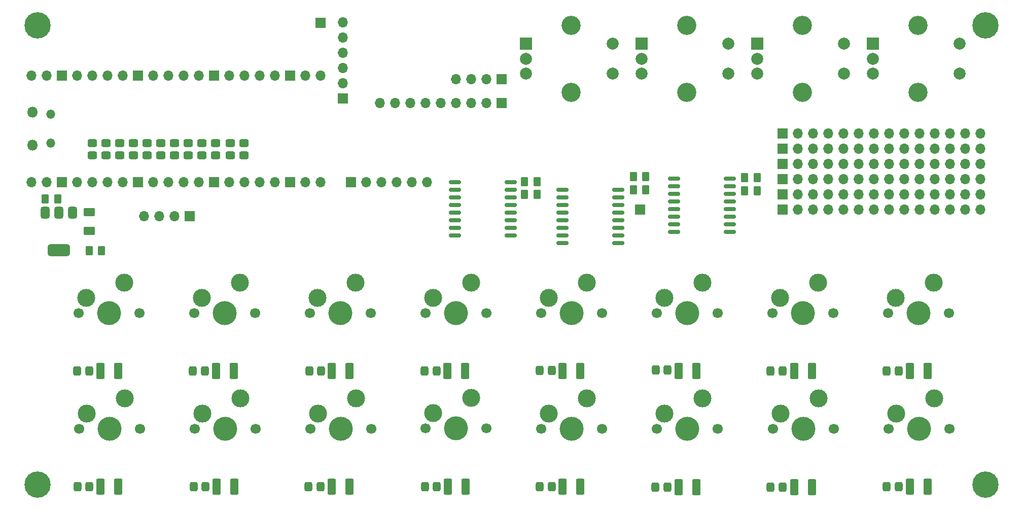
<source format=gbr>
%TF.GenerationSoftware,KiCad,Pcbnew,8.0.6*%
%TF.CreationDate,2025-04-15T16:38:21+01:00*%
%TF.ProjectId,PicoSynth,5069636f-5379-46e7-9468-2e6b69636164,rev?*%
%TF.SameCoordinates,Original*%
%TF.FileFunction,Soldermask,Top*%
%TF.FilePolarity,Negative*%
%FSLAX46Y46*%
G04 Gerber Fmt 4.6, Leading zero omitted, Abs format (unit mm)*
G04 Created by KiCad (PCBNEW 8.0.6) date 2025-04-15 16:38:21*
%MOMM*%
%LPD*%
G01*
G04 APERTURE LIST*
G04 Aperture macros list*
%AMRoundRect*
0 Rectangle with rounded corners*
0 $1 Rounding radius*
0 $2 $3 $4 $5 $6 $7 $8 $9 X,Y pos of 4 corners*
0 Add a 4 corners polygon primitive as box body*
4,1,4,$2,$3,$4,$5,$6,$7,$8,$9,$2,$3,0*
0 Add four circle primitives for the rounded corners*
1,1,$1+$1,$2,$3*
1,1,$1+$1,$4,$5*
1,1,$1+$1,$6,$7*
1,1,$1+$1,$8,$9*
0 Add four rect primitives between the rounded corners*
20,1,$1+$1,$2,$3,$4,$5,0*
20,1,$1+$1,$4,$5,$6,$7,0*
20,1,$1+$1,$6,$7,$8,$9,0*
20,1,$1+$1,$8,$9,$2,$3,0*%
G04 Aperture macros list end*
%ADD10R,1.700000X1.700000*%
%ADD11C,0.700000*%
%ADD12C,4.400000*%
%ADD13O,1.700000X1.700000*%
%ADD14C,1.700000*%
%ADD15C,3.000000*%
%ADD16C,4.000000*%
%ADD17RoundRect,0.250001X0.462499X1.074999X-0.462499X1.074999X-0.462499X-1.074999X0.462499X-1.074999X0*%
%ADD18RoundRect,0.213760X-0.426240X-0.526240X0.426240X-0.526240X0.426240X0.526240X-0.426240X0.526240X0*%
%ADD19RoundRect,0.213350X-0.414150X-0.551650X0.414150X-0.551650X0.414150X0.551650X-0.414150X0.551650X0*%
%ADD20R,2.000000X2.000000*%
%ADD21C,2.000000*%
%ADD22C,3.200000*%
%ADD23RoundRect,0.213760X-0.526240X0.426240X-0.526240X-0.426240X0.526240X-0.426240X0.526240X0.426240X0*%
%ADD24RoundRect,0.150000X-0.875000X-0.150000X0.875000X-0.150000X0.875000X0.150000X-0.875000X0.150000X0*%
%ADD25RoundRect,0.375000X-0.375000X0.625000X-0.375000X-0.625000X0.375000X-0.625000X0.375000X0.625000X0*%
%ADD26RoundRect,0.500000X-1.400000X0.500000X-1.400000X-0.500000X1.400000X-0.500000X1.400000X0.500000X0*%
%ADD27RoundRect,0.265094X0.674906X-0.437406X0.674906X0.437406X-0.674906X0.437406X-0.674906X-0.437406X0*%
%ADD28O,1.800000X1.800000*%
%ADD29O,1.500000X1.500000*%
G04 APERTURE END LIST*
D10*
%TO.C,J7*%
X147269200Y-66548000D03*
%TD*%
D11*
%TO.C,H4*%
X203277200Y-35814000D03*
X203760474Y-34647274D03*
X203760474Y-36980726D03*
X204927200Y-34164000D03*
D12*
X204927200Y-35814000D03*
D11*
X204927200Y-37464000D03*
X206093926Y-34647274D03*
X206093926Y-36980726D03*
X206577200Y-35814000D03*
%TD*%
D10*
%TO.C,J14*%
X171069000Y-56388000D03*
D13*
X173609000Y-56388000D03*
X176149000Y-56388000D03*
X178689000Y-56388000D03*
X181229000Y-56388000D03*
X183769000Y-56388000D03*
X186309000Y-56388000D03*
X188849000Y-56388000D03*
X191389000Y-56388000D03*
X193929000Y-56388000D03*
X196469000Y-56388000D03*
X199009000Y-56388000D03*
X201549000Y-56388000D03*
X204089000Y-56388000D03*
%TD*%
D14*
%TO.C,SW9*%
X53636500Y-103124000D03*
D15*
X54906500Y-100584000D03*
D16*
X58716500Y-103124000D03*
D15*
X61256500Y-98044000D03*
D14*
X63796500Y-103124000D03*
%TD*%
D17*
%TO.C,D31*%
X175985500Y-112903000D03*
X173010500Y-112903000D03*
%TD*%
D18*
%TO.C,R34*%
X130551500Y-112776000D03*
X132551500Y-112776000D03*
%TD*%
D19*
%TO.C,C16*%
X146184800Y-63246000D03*
X148259800Y-63246000D03*
%TD*%
D20*
%TO.C,SW3*%
X166867000Y-38914000D03*
D21*
X166867000Y-43914000D03*
X166867000Y-41414000D03*
D22*
X174367000Y-35814000D03*
X174367000Y-47014000D03*
D21*
X181367000Y-43914000D03*
X181367000Y-38914000D03*
%TD*%
D18*
%TO.C,R27*%
X92054500Y-93472000D03*
X94054500Y-93472000D03*
%TD*%
D14*
%TO.C,SW12*%
X111474500Y-103089200D03*
D15*
X112744500Y-100549200D03*
D16*
X116554500Y-103089200D03*
D15*
X119094500Y-98009200D03*
D14*
X121634500Y-103089200D03*
%TD*%
D17*
%TO.C,D25*%
X118110000Y-93472000D03*
X115135000Y-93472000D03*
%TD*%
D11*
%TO.C,H2*%
X203272444Y-112466680D03*
X203755718Y-111299954D03*
X203755718Y-113633406D03*
X204922444Y-110816680D03*
D12*
X204922444Y-112466680D03*
D11*
X204922444Y-114116680D03*
X206089170Y-111299954D03*
X206089170Y-113633406D03*
X206572444Y-112466680D03*
%TD*%
D14*
%TO.C,SW11*%
X92233500Y-103140000D03*
D15*
X93503500Y-100600000D03*
D16*
X97313500Y-103140000D03*
D15*
X99853500Y-98060000D03*
D14*
X102393500Y-103140000D03*
%TD*%
D17*
%TO.C,D30*%
X175985500Y-93472000D03*
X173010500Y-93472000D03*
%TD*%
D10*
%TO.C,J12*%
X171069000Y-61468000D03*
D13*
X173609000Y-61468000D03*
X176149000Y-61468000D03*
X178689000Y-61468000D03*
X181229000Y-61468000D03*
X183769000Y-61468000D03*
X186309000Y-61468000D03*
X188849000Y-61468000D03*
X191389000Y-61468000D03*
X193929000Y-61468000D03*
X196469000Y-61468000D03*
X199009000Y-61468000D03*
X201549000Y-61468000D03*
X204089000Y-61468000D03*
%TD*%
D10*
%TO.C,J9*%
X171069000Y-53848000D03*
D13*
X173609000Y-53848000D03*
X176149000Y-53848000D03*
X178689000Y-53848000D03*
X181229000Y-53848000D03*
X183769000Y-53848000D03*
X186309000Y-53848000D03*
X188849000Y-53848000D03*
X191389000Y-53848000D03*
X193929000Y-53848000D03*
X196469000Y-53848000D03*
X199009000Y-53848000D03*
X201549000Y-53848000D03*
X204089000Y-53848000D03*
%TD*%
D10*
%TO.C,J3*%
X72126000Y-67716000D03*
D13*
X69586000Y-67716000D03*
X67046000Y-67716000D03*
X64506000Y-67716000D03*
%TD*%
D19*
%TO.C,C15*%
X146177000Y-61087000D03*
X148252000Y-61087000D03*
%TD*%
D17*
%TO.C,D24*%
X118164000Y-112776000D03*
X115189000Y-112776000D03*
%TD*%
%TO.C,D18*%
X60161500Y-112826800D03*
X57186500Y-112826800D03*
%TD*%
%TO.C,D33*%
X195270500Y-112776000D03*
X192295500Y-112776000D03*
%TD*%
D14*
%TO.C,SW13*%
X130810000Y-83820000D03*
D15*
X132080000Y-81280000D03*
D16*
X135890000Y-83820000D03*
D15*
X138430000Y-78740000D03*
D14*
X140970000Y-83820000D03*
%TD*%
D18*
%TO.C,R25*%
X72761600Y-112826800D03*
X74761600Y-112826800D03*
%TD*%
D14*
%TO.C,SW6*%
X72898000Y-83820000D03*
D15*
X74168000Y-81280000D03*
D16*
X77978000Y-83820000D03*
D15*
X80518000Y-78740000D03*
D14*
X83058000Y-83820000D03*
%TD*%
D18*
%TO.C,R36*%
X149876000Y-112903000D03*
X151876000Y-112903000D03*
%TD*%
D23*
%TO.C,R54*%
X58166000Y-55483000D03*
X58166000Y-57483000D03*
%TD*%
D10*
%TO.C,J11*%
X171069000Y-64008000D03*
D13*
X173609000Y-64008000D03*
X176149000Y-64008000D03*
X178689000Y-64008000D03*
X181229000Y-64008000D03*
X183769000Y-64008000D03*
X186309000Y-64008000D03*
X188849000Y-64008000D03*
X191389000Y-64008000D03*
X193929000Y-64008000D03*
X196469000Y-64008000D03*
X199009000Y-64008000D03*
X201549000Y-64008000D03*
X204089000Y-64008000D03*
%TD*%
D23*
%TO.C,R52*%
X74168000Y-55515000D03*
X74168000Y-57515000D03*
%TD*%
D14*
%TO.C,SW15*%
X150114000Y-83845400D03*
D15*
X151384000Y-81305400D03*
D16*
X155194000Y-83845400D03*
D15*
X157734000Y-78765400D03*
D14*
X160274000Y-83845400D03*
%TD*%
D19*
%TO.C,C29*%
X164775500Y-63423800D03*
X166850500Y-63423800D03*
%TD*%
D17*
%TO.C,D32*%
X195289500Y-93472000D03*
X192314500Y-93472000D03*
%TD*%
%TO.C,D19*%
X60161500Y-93472000D03*
X57186500Y-93472000D03*
%TD*%
D20*
%TO.C,SW1*%
X128259000Y-38914000D03*
D21*
X128259000Y-43914000D03*
X128259000Y-41414000D03*
D22*
X135759000Y-35814000D03*
X135759000Y-47014000D03*
D21*
X142759000Y-43914000D03*
X142759000Y-38914000D03*
%TD*%
D17*
%TO.C,D20*%
X79567100Y-112826800D03*
X76592100Y-112826800D03*
%TD*%
D18*
%TO.C,R40*%
X188481000Y-112776000D03*
X190481000Y-112776000D03*
%TD*%
D14*
%TO.C,SW10*%
X72940500Y-103124000D03*
D15*
X74210500Y-100584000D03*
D16*
X78020500Y-103124000D03*
D15*
X80560500Y-98044000D03*
D14*
X83100500Y-103124000D03*
%TD*%
D19*
%TO.C,C31*%
X127999359Y-64058799D03*
X130074359Y-64058799D03*
%TD*%
D14*
%TO.C,SW16*%
X150118500Y-103165400D03*
D15*
X151388500Y-100625400D03*
D16*
X155198500Y-103165400D03*
D15*
X157738500Y-98085400D03*
D14*
X160278500Y-103165400D03*
%TD*%
D17*
%TO.C,D28*%
X156681500Y-93472000D03*
X153706500Y-93472000D03*
%TD*%
%TO.C,D26*%
X137341000Y-93472000D03*
X134366000Y-93472000D03*
%TD*%
D18*
%TO.C,R35*%
X149892000Y-93345000D03*
X151892000Y-93345000D03*
%TD*%
D10*
%TO.C,J13*%
X171069000Y-58928000D03*
D13*
X173609000Y-58928000D03*
X176149000Y-58928000D03*
X178689000Y-58928000D03*
X181229000Y-58928000D03*
X183769000Y-58928000D03*
X186309000Y-58928000D03*
X188849000Y-58928000D03*
X191389000Y-58928000D03*
X193929000Y-58928000D03*
X196469000Y-58928000D03*
X199009000Y-58928000D03*
X201549000Y-58928000D03*
X204089000Y-58928000D03*
%TD*%
D10*
%TO.C,J10*%
X171069000Y-66548000D03*
D13*
X173609000Y-66548000D03*
X176149000Y-66548000D03*
X178689000Y-66548000D03*
X181229000Y-66548000D03*
X183769000Y-66548000D03*
X186309000Y-66548000D03*
X188849000Y-66548000D03*
X191389000Y-66548000D03*
X193929000Y-66548000D03*
X196469000Y-66548000D03*
X199009000Y-66548000D03*
X201549000Y-66548000D03*
X204089000Y-66548000D03*
%TD*%
D23*
%TO.C,R48*%
X81153000Y-55515000D03*
X81153000Y-57515000D03*
%TD*%
D17*
%TO.C,D21*%
X79465500Y-93472000D03*
X76490500Y-93472000D03*
%TD*%
D19*
%TO.C,C32*%
X127994500Y-61899800D03*
X130069500Y-61899800D03*
%TD*%
D23*
%TO.C,R53*%
X60452000Y-55499000D03*
X60452000Y-57499000D03*
%TD*%
D19*
%TO.C,C35*%
X47984500Y-64770000D03*
X50059500Y-64770000D03*
%TD*%
D23*
%TO.C,R51*%
X71882000Y-55515000D03*
X71882000Y-57515000D03*
%TD*%
%TO.C,R50*%
X67310000Y-55499000D03*
X67310000Y-57499000D03*
%TD*%
D19*
%TO.C,C30*%
X164775500Y-61220800D03*
X166850500Y-61220800D03*
%TD*%
D17*
%TO.C,D27*%
X137341000Y-112776000D03*
X134366000Y-112776000D03*
%TD*%
D24*
%TO.C,U7*%
X152957000Y-61391800D03*
X152957000Y-62661800D03*
X152957000Y-63931800D03*
X152957000Y-65201800D03*
X152957000Y-66471800D03*
X152957000Y-67741800D03*
X152957000Y-69011800D03*
X152957000Y-70281800D03*
X162257000Y-70281800D03*
X162257000Y-69011800D03*
X162257000Y-67741800D03*
X162257000Y-66471800D03*
X162257000Y-65201800D03*
X162257000Y-63931800D03*
X162257000Y-62661800D03*
X162257000Y-61391800D03*
%TD*%
D14*
%TO.C,SW19*%
X188722000Y-83820000D03*
D15*
X189992000Y-81280000D03*
D16*
X193802000Y-83820000D03*
D15*
X196342000Y-78740000D03*
D14*
X198882000Y-83820000D03*
%TD*%
D10*
%TO.C,J8*%
X93980000Y-35433000D03*
%TD*%
D18*
%TO.C,R26*%
X72660000Y-93472000D03*
X74660000Y-93472000D03*
%TD*%
D14*
%TO.C,SW7*%
X92202000Y-83820000D03*
D15*
X93472000Y-81280000D03*
D16*
X97282000Y-83820000D03*
D15*
X99822000Y-78740000D03*
D14*
X102362000Y-83820000D03*
%TD*%
D20*
%TO.C,SW4*%
X186171000Y-38914000D03*
D21*
X186171000Y-43914000D03*
X186171000Y-41414000D03*
D22*
X193671000Y-35814000D03*
X193671000Y-47014000D03*
D21*
X200671000Y-43914000D03*
X200671000Y-38914000D03*
%TD*%
D18*
%TO.C,R38*%
X169069000Y-112887000D03*
X171069000Y-112887000D03*
%TD*%
D20*
%TO.C,SW2*%
X147563000Y-38914000D03*
D21*
X147563000Y-43914000D03*
X147563000Y-41414000D03*
D22*
X155063000Y-35814000D03*
X155063000Y-47014000D03*
D21*
X162063000Y-43914000D03*
X162063000Y-38914000D03*
%TD*%
D18*
%TO.C,R33*%
X130553000Y-93462000D03*
X132553000Y-93462000D03*
%TD*%
D10*
%TO.C,J5*%
X124206000Y-44831000D03*
D13*
X121666000Y-44831000D03*
X119126000Y-44831000D03*
X116586000Y-44831000D03*
%TD*%
D18*
%TO.C,R30*%
X111352000Y-93472000D03*
X113352000Y-93472000D03*
%TD*%
D23*
%TO.C,R46*%
X69596000Y-55515000D03*
X69596000Y-57515000D03*
%TD*%
D14*
%TO.C,SW18*%
X169438500Y-103124000D03*
D15*
X170708500Y-100584000D03*
D16*
X174518500Y-103124000D03*
D15*
X177058500Y-98044000D03*
D14*
X179598500Y-103124000D03*
%TD*%
D17*
%TO.C,D23*%
X98769500Y-112776000D03*
X95794500Y-112776000D03*
%TD*%
D25*
%TO.C,U8*%
X52592000Y-67056000D03*
X50292000Y-67056000D03*
D26*
X50292000Y-73356000D03*
D25*
X47992000Y-67056000D03*
%TD*%
D24*
%TO.C,U6*%
X116430000Y-62026800D03*
X116430000Y-63296800D03*
X116430000Y-64566800D03*
X116430000Y-65836800D03*
X116430000Y-67106800D03*
X116430000Y-68376800D03*
X116430000Y-69646800D03*
X116430000Y-70916800D03*
X125730000Y-70916800D03*
X125730000Y-69646800D03*
X125730000Y-68376800D03*
X125730000Y-67106800D03*
X125730000Y-65836800D03*
X125730000Y-64566800D03*
X125730000Y-63296800D03*
X125730000Y-62026800D03*
%TD*%
D23*
%TO.C,R49*%
X65024000Y-55515000D03*
X65024000Y-57515000D03*
%TD*%
D14*
%TO.C,SW8*%
X111512100Y-83820000D03*
D15*
X112782100Y-81280000D03*
D16*
X116592100Y-83820000D03*
D15*
X119132100Y-78740000D03*
D14*
X121672100Y-83820000D03*
%TD*%
%TO.C,SW17*%
X169418000Y-83820000D03*
D15*
X170688000Y-81280000D03*
D16*
X174498000Y-83820000D03*
D15*
X177038000Y-78740000D03*
D14*
X179578000Y-83820000D03*
%TD*%
D19*
%TO.C,C36*%
X55329000Y-73406000D03*
X57404000Y-73406000D03*
%TD*%
D14*
%TO.C,SW20*%
X188753500Y-103124000D03*
D15*
X190023500Y-100584000D03*
D16*
X193833500Y-103124000D03*
D15*
X196373500Y-98044000D03*
D14*
X198913500Y-103124000D03*
%TD*%
%TO.C,SW5*%
X53594000Y-83820000D03*
D15*
X54864000Y-81280000D03*
D16*
X58674000Y-83820000D03*
D15*
X61214000Y-78740000D03*
D14*
X63754000Y-83820000D03*
%TD*%
D23*
%TO.C,R32*%
X62738000Y-55515000D03*
X62738000Y-57515000D03*
%TD*%
D18*
%TO.C,R37*%
X169069000Y-93472000D03*
X171069000Y-93472000D03*
%TD*%
D24*
%TO.C,U5*%
X134364200Y-63296800D03*
X134364200Y-64566800D03*
X134364200Y-65836800D03*
X134364200Y-67106800D03*
X134364200Y-68376800D03*
X134364200Y-69646800D03*
X134364200Y-70916800D03*
X134364200Y-72186800D03*
X143664200Y-72186800D03*
X143664200Y-70916800D03*
X143664200Y-69646800D03*
X143664200Y-68376800D03*
X143664200Y-67106800D03*
X143664200Y-65836800D03*
X143664200Y-64566800D03*
X143664200Y-63296800D03*
%TD*%
D18*
%TO.C,R29*%
X111358500Y-112776000D03*
X113358500Y-112776000D03*
%TD*%
D17*
%TO.C,D22*%
X98769500Y-93472000D03*
X95794500Y-93472000D03*
%TD*%
%TO.C,D29*%
X156732300Y-112877600D03*
X153757300Y-112877600D03*
%TD*%
D18*
%TO.C,R24*%
X53356000Y-93472000D03*
X55356000Y-93472000D03*
%TD*%
%TO.C,R39*%
X188484000Y-93472000D03*
X190484000Y-93472000D03*
%TD*%
D23*
%TO.C,R47*%
X78867000Y-55483000D03*
X78867000Y-57483000D03*
%TD*%
%TO.C,R31*%
X76454000Y-55499000D03*
X76454000Y-57499000D03*
%TD*%
D14*
%TO.C,SW14*%
X130821000Y-103124000D03*
D15*
X132091000Y-100584000D03*
D16*
X135901000Y-103124000D03*
D15*
X138441000Y-98044000D03*
D14*
X140981000Y-103124000D03*
%TD*%
D18*
%TO.C,R28*%
X91964000Y-112776000D03*
X93964000Y-112776000D03*
%TD*%
D27*
%TO.C,C37*%
X55372000Y-70142500D03*
X55372000Y-67017500D03*
%TD*%
D11*
%TO.C,H1*%
X45061228Y-112476059D03*
X45544502Y-111309333D03*
X45544502Y-113642785D03*
X46711228Y-110826059D03*
D12*
X46711228Y-112476059D03*
D11*
X46711228Y-114126059D03*
X47877954Y-111309333D03*
X47877954Y-113642785D03*
X48361228Y-112476059D03*
%TD*%
%TO.C,H3*%
X45062274Y-35814000D03*
X45545548Y-34647274D03*
X45545548Y-36980726D03*
X46712274Y-34164000D03*
D12*
X46712274Y-35814000D03*
D11*
X46712274Y-37464000D03*
X47879000Y-34647274D03*
X47879000Y-36980726D03*
X48362274Y-35814000D03*
%TD*%
D18*
%TO.C,R23*%
X53372000Y-112826800D03*
X55372000Y-112826800D03*
%TD*%
D23*
%TO.C,R45*%
X55880000Y-55483000D03*
X55880000Y-57483000D03*
%TD*%
D10*
%TO.C,J6*%
X99060000Y-61976000D03*
D13*
X101600000Y-61976000D03*
X104140000Y-61976000D03*
X106680000Y-61976000D03*
X109220000Y-61976000D03*
X111760000Y-61976000D03*
%TD*%
D28*
%TO.C,U1*%
X45850000Y-50361000D03*
D29*
X48880000Y-50661000D03*
X48880000Y-55511000D03*
D28*
X45850000Y-55811000D03*
D13*
X45720000Y-44196000D03*
X48260000Y-44196000D03*
D10*
X50800000Y-44196000D03*
D13*
X53340000Y-44196000D03*
X55880000Y-44196000D03*
X58420000Y-44196000D03*
X60960000Y-44196000D03*
D10*
X63500000Y-44196000D03*
D13*
X66040000Y-44196000D03*
X68580000Y-44196000D03*
X71120000Y-44196000D03*
X73660000Y-44196000D03*
D10*
X76200000Y-44196000D03*
D13*
X78740000Y-44196000D03*
X81280000Y-44196000D03*
X83820000Y-44196000D03*
X86360000Y-44196000D03*
D10*
X88900000Y-44196000D03*
D13*
X91440000Y-44196000D03*
X93980000Y-44196000D03*
X93980000Y-61976000D03*
X91440000Y-61976000D03*
D10*
X88900000Y-61976000D03*
D13*
X86360000Y-61976000D03*
X83820000Y-61976000D03*
X81280000Y-61976000D03*
X78740000Y-61976000D03*
D10*
X76200000Y-61976000D03*
D13*
X73660000Y-61976000D03*
X71120000Y-61976000D03*
X68580000Y-61976000D03*
X66040000Y-61976000D03*
D10*
X63500000Y-61976000D03*
D13*
X60960000Y-61976000D03*
X58420000Y-61976000D03*
X55880000Y-61976000D03*
X53340000Y-61976000D03*
D10*
X50800000Y-61976000D03*
D13*
X48260000Y-61976000D03*
X45720000Y-61976000D03*
%TD*%
D10*
%TO.C,J1*%
X97653000Y-48006000D03*
D13*
X97653000Y-45466000D03*
X97653000Y-42926000D03*
X97653000Y-40386000D03*
X97653000Y-37846000D03*
X97653000Y-35306000D03*
%TD*%
D10*
%TO.C,J4*%
X124196000Y-48768000D03*
D13*
X121656000Y-48768000D03*
X119116000Y-48768000D03*
X116576000Y-48768000D03*
X114036000Y-48768000D03*
X111496000Y-48768000D03*
X108956000Y-48768000D03*
X106416000Y-48768000D03*
X103876000Y-48768000D03*
%TD*%
M02*

</source>
